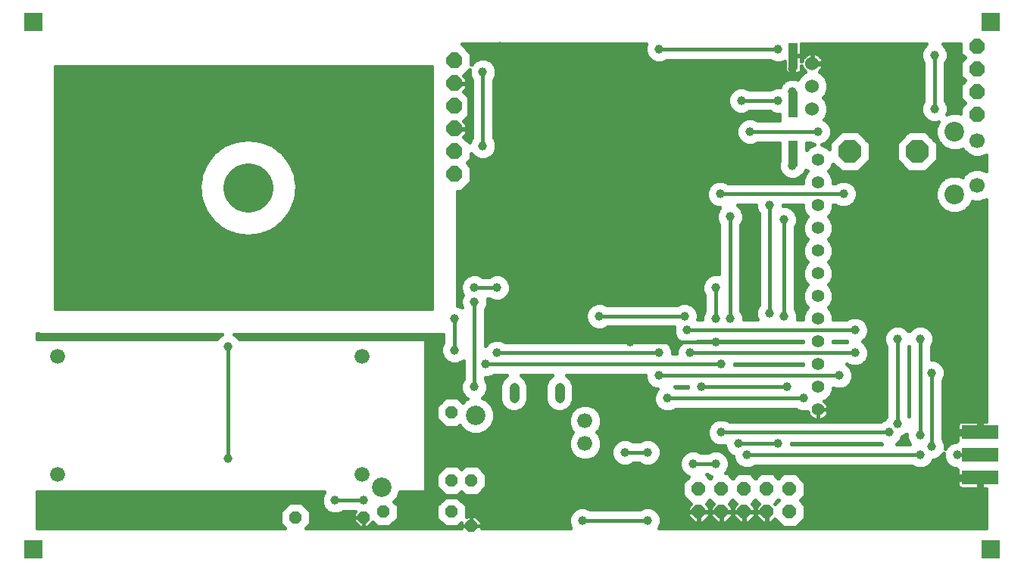
<source format=gtl>
G75*
G70*
%OFA0B0*%
%FSLAX24Y24*%
%IPPOS*%
%LPD*%
%AMOC8*
5,1,8,0,0,1.08239X$1,22.5*
%
%ADD10R,0.1600X0.0600*%
%ADD11C,0.0440*%
%ADD12OC8,0.0600*%
%ADD13C,0.0660*%
%ADD14C,0.0600*%
%ADD15OC8,0.0660*%
%ADD16OC8,0.0520*%
%ADD17R,0.0394X0.1181*%
%ADD18C,0.0860*%
%ADD19OC8,0.0700*%
%ADD20C,0.0560*%
%ADD21C,0.0866*%
%ADD22C,0.0669*%
%ADD23OC8,0.1000*%
%ADD24R,0.0787X0.0787*%
%ADD25C,0.0180*%
%ADD26C,0.0396*%
%ADD27C,0.0160*%
D10*
X042632Y007572D03*
X042632Y008572D03*
X042632Y009572D03*
D11*
X024132Y011102D02*
X024132Y011542D01*
X022132Y011542D02*
X022132Y011102D01*
D12*
X030257Y007072D03*
X031257Y007072D03*
X032257Y007072D03*
X033257Y007072D03*
X034257Y007072D03*
X034257Y006072D03*
X033257Y006072D03*
X032257Y006072D03*
X031257Y006072D03*
X030257Y006072D03*
D13*
X025257Y009072D03*
X025257Y010072D03*
X015436Y007716D03*
X015436Y012924D03*
X002044Y012924D03*
X002044Y007716D03*
D14*
X035257Y023822D03*
X035257Y024822D03*
X035257Y025822D03*
D15*
X042507Y025572D03*
X042507Y024572D03*
X042507Y023572D03*
X042507Y026572D03*
D16*
X019382Y010447D03*
X019382Y007447D03*
X020257Y007447D03*
X019382Y006072D03*
X020257Y005447D03*
X016382Y006072D03*
X015507Y005822D03*
X012507Y005822D03*
D17*
X034411Y021840D03*
X034411Y024005D03*
X034411Y026170D03*
D18*
X020452Y010323D03*
X016318Y007170D03*
D19*
X019507Y020947D03*
X019507Y021947D03*
X019507Y022947D03*
X019507Y023947D03*
X019507Y024947D03*
X019507Y025947D03*
D20*
X035507Y021572D03*
X035507Y020572D03*
X035507Y019572D03*
X035507Y018572D03*
X035507Y017572D03*
X035507Y016572D03*
X035507Y015572D03*
X035507Y014572D03*
X035507Y013572D03*
X035507Y012572D03*
X035507Y011572D03*
X035507Y010572D03*
D21*
X041523Y020069D03*
X041523Y022825D03*
D22*
X042507Y022432D03*
X042507Y020463D03*
D23*
X039862Y021947D03*
X036902Y021947D03*
D24*
X000974Y004415D03*
X000974Y027643D03*
X043100Y027643D03*
X043100Y004415D03*
D25*
X042632Y008572D02*
X041632Y008572D01*
X040507Y008947D02*
X040507Y012197D01*
X040007Y013697D02*
X040007Y009447D01*
X039007Y009947D02*
X039007Y013697D01*
X037132Y014072D02*
X029757Y014072D01*
X029632Y014697D02*
X025882Y014697D01*
X027234Y013550D02*
X031007Y013550D01*
X031257Y012572D02*
X020882Y012572D01*
X021382Y013072D02*
X028507Y013072D01*
X029882Y013072D02*
X037132Y013072D01*
X036444Y012072D02*
X028507Y012072D01*
X028882Y011072D02*
X034882Y011072D01*
X034132Y011572D02*
X030382Y011572D01*
X031239Y009572D02*
X038632Y009572D01*
X040007Y008572D02*
X032382Y008572D01*
X032007Y009072D02*
X033757Y009072D01*
X031007Y008197D02*
X030007Y008197D01*
X028007Y008697D02*
X027007Y008697D01*
X028007Y005697D02*
X025132Y005697D01*
X020382Y011572D02*
X020382Y015322D01*
X020382Y015947D02*
X021382Y015947D01*
X019507Y014572D02*
X019507Y013197D01*
X009547Y013350D02*
X009547Y008413D01*
X014257Y006572D02*
X015507Y006572D01*
X031007Y014572D02*
X031007Y015947D01*
X031632Y014572D02*
X031632Y019072D01*
X031199Y020072D02*
X036632Y020072D01*
X034382Y021322D02*
X034411Y021840D01*
X035507Y022822D02*
X032507Y022822D01*
X032132Y024197D02*
X033757Y024197D01*
X034382Y024072D02*
X034382Y024572D01*
X034382Y025572D02*
X034432Y026272D01*
X033757Y026447D02*
X028507Y026447D01*
X021507Y026572D02*
X021507Y023947D01*
X020132Y023197D02*
X020132Y024947D01*
X020757Y025447D02*
X020757Y022197D01*
X033382Y019572D02*
X033382Y014822D01*
X034007Y014697D02*
X034007Y018947D01*
X040632Y023822D02*
X040632Y026197D01*
D26*
X040632Y026197D03*
X040632Y023822D03*
X035507Y022822D03*
X034382Y021322D03*
X032507Y022822D03*
X032132Y024197D03*
X033757Y024197D03*
X034382Y024572D03*
X034382Y025572D03*
X033757Y026447D03*
X028507Y026447D03*
X021507Y026572D03*
X020757Y025447D03*
X020132Y024947D03*
X021507Y023947D03*
X020132Y023197D03*
X020757Y022197D03*
X020382Y015947D03*
X020382Y015322D03*
X021382Y015947D03*
X019507Y014572D03*
X019507Y013197D03*
X020882Y012572D03*
X021382Y013072D03*
X020382Y011572D03*
X025882Y014697D03*
X027234Y013550D03*
X028507Y013072D03*
X029882Y013072D03*
X029757Y014072D03*
X029632Y014697D03*
X031007Y014572D03*
X031632Y014572D03*
X031007Y013550D03*
X031257Y012572D03*
X030382Y011572D03*
X028882Y011072D03*
X028507Y012072D03*
X031239Y009572D03*
X032007Y009072D03*
X032382Y008572D03*
X031007Y008197D03*
X030007Y008197D03*
X028007Y008697D03*
X027007Y008697D03*
X028007Y005697D03*
X025132Y005697D03*
X033757Y009072D03*
X034882Y011072D03*
X034132Y011572D03*
X036444Y012072D03*
X037132Y013072D03*
X037132Y014072D03*
X039007Y013697D03*
X040007Y013697D03*
X041632Y013697D03*
X040507Y012197D03*
X039007Y009947D03*
X038632Y009572D03*
X040007Y009447D03*
X040507Y008947D03*
X040007Y008572D03*
X041632Y008572D03*
X034007Y014697D03*
X033382Y014822D03*
X031007Y015947D03*
X031632Y019072D03*
X031199Y020072D03*
X033382Y019572D03*
X034007Y018947D03*
X036632Y020072D03*
X041632Y018697D03*
X015507Y006572D03*
X014257Y006572D03*
X009547Y008413D03*
X009547Y013350D03*
D27*
X009992Y013751D02*
X019017Y013751D01*
X019017Y013884D02*
X019017Y013553D01*
X019000Y013536D01*
X018909Y013316D01*
X018909Y013078D01*
X019000Y012858D01*
X019168Y012690D01*
X019388Y012599D01*
X019626Y012599D01*
X019846Y012690D01*
X019892Y012736D01*
X019892Y011928D01*
X019875Y011911D01*
X019784Y011691D01*
X019784Y011453D01*
X019875Y011233D01*
X020043Y011065D01*
X020059Y011059D01*
X019982Y011027D01*
X019859Y010904D01*
X019655Y011107D01*
X019108Y011107D01*
X018722Y010721D01*
X018722Y010174D01*
X019108Y009787D01*
X019655Y009787D01*
X019740Y009872D01*
X019748Y009853D01*
X019982Y009620D01*
X020287Y009493D01*
X020617Y009493D01*
X020922Y009620D01*
X021155Y009853D01*
X021282Y010158D01*
X021282Y010488D01*
X021155Y010793D01*
X020922Y011027D01*
X020752Y011097D01*
X020889Y011233D01*
X020980Y011453D01*
X020980Y011691D01*
X020889Y011911D01*
X020872Y011928D01*
X020872Y011974D01*
X021001Y011974D01*
X021221Y012065D01*
X021238Y012082D01*
X021815Y012082D01*
X021781Y012068D01*
X021606Y011893D01*
X021512Y011666D01*
X021512Y010979D01*
X021606Y010751D01*
X021781Y010577D01*
X022008Y010482D01*
X022255Y010482D01*
X022483Y010577D01*
X022657Y010751D01*
X022752Y010979D01*
X022752Y011666D01*
X022657Y011893D01*
X022483Y012068D01*
X022448Y012082D01*
X023815Y012082D01*
X023781Y012068D01*
X023606Y011893D01*
X023512Y011666D01*
X023512Y010979D01*
X023606Y010751D01*
X023781Y010577D01*
X024008Y010482D01*
X024255Y010482D01*
X024483Y010577D01*
X024657Y010751D01*
X024752Y010979D01*
X024752Y011666D01*
X024657Y011893D01*
X024483Y012068D01*
X024448Y012082D01*
X027909Y012082D01*
X027909Y011953D01*
X028000Y011733D01*
X028168Y011565D01*
X028388Y011474D01*
X028438Y011474D01*
X028375Y011411D01*
X028284Y011191D01*
X028284Y010953D01*
X028375Y010733D01*
X028543Y010565D01*
X028763Y010474D01*
X029001Y010474D01*
X029221Y010565D01*
X029238Y010582D01*
X034526Y010582D01*
X034543Y010565D01*
X034763Y010474D01*
X035001Y010474D01*
X035053Y010496D01*
X035058Y010465D01*
X035081Y010396D01*
X035113Y010331D01*
X035156Y010273D01*
X035207Y010221D01*
X035266Y010179D01*
X035330Y010146D01*
X035399Y010124D01*
X035471Y010112D01*
X035507Y010112D01*
X035543Y010112D01*
X035615Y010124D01*
X035683Y010146D01*
X035748Y010179D01*
X035806Y010221D01*
X035858Y010273D01*
X035900Y010331D01*
X035933Y010396D01*
X035955Y010465D01*
X035967Y010536D01*
X035967Y010572D01*
X035507Y010572D01*
X035507Y010112D01*
X035507Y010572D01*
X035507Y010572D01*
X035507Y010572D01*
X035967Y010572D01*
X035967Y010608D01*
X035955Y010680D01*
X035933Y010749D01*
X035900Y010813D01*
X035858Y010872D01*
X035806Y010923D01*
X035774Y010947D01*
X035892Y010996D01*
X036083Y011187D01*
X036187Y011437D01*
X036187Y011531D01*
X036325Y011474D01*
X036563Y011474D01*
X036783Y011565D01*
X036951Y011733D01*
X037042Y011953D01*
X037042Y012191D01*
X036951Y012411D01*
X036799Y012563D01*
X037013Y012474D01*
X037251Y012474D01*
X037471Y012565D01*
X037639Y012733D01*
X037730Y012953D01*
X037730Y013191D01*
X037639Y013411D01*
X037478Y013572D01*
X037639Y013733D01*
X037730Y013953D01*
X037730Y014191D01*
X037639Y014411D01*
X037471Y014579D01*
X037251Y014670D01*
X037013Y014670D01*
X036793Y014579D01*
X036776Y014562D01*
X036187Y014562D01*
X036187Y014708D01*
X036083Y014957D01*
X035968Y015072D01*
X036083Y015187D01*
X036187Y015437D01*
X036187Y015708D01*
X036083Y015957D01*
X035968Y016072D01*
X036083Y016187D01*
X036187Y016437D01*
X036187Y016708D01*
X036083Y016957D01*
X035968Y017072D01*
X036083Y017187D01*
X036187Y017437D01*
X036187Y017708D01*
X036083Y017957D01*
X035968Y018072D01*
X036083Y018187D01*
X036187Y018437D01*
X036187Y018708D01*
X036083Y018957D01*
X035968Y019072D01*
X036083Y019187D01*
X036187Y019437D01*
X036187Y019582D01*
X036276Y019582D01*
X036293Y019565D01*
X036513Y019474D01*
X036751Y019474D01*
X036971Y019565D01*
X037139Y019733D01*
X037230Y019953D01*
X037230Y020191D01*
X037139Y020411D01*
X036971Y020579D01*
X036751Y020670D01*
X036513Y020670D01*
X036293Y020579D01*
X036276Y020562D01*
X036187Y020562D01*
X036187Y020708D01*
X036083Y020957D01*
X035968Y021072D01*
X036083Y021187D01*
X036173Y021403D01*
X036529Y021047D01*
X037275Y021047D01*
X037802Y021574D01*
X037802Y022320D01*
X037275Y022847D01*
X036529Y022847D01*
X036002Y022320D01*
X036002Y022039D01*
X035892Y022149D01*
X035668Y022242D01*
X035846Y022315D01*
X036014Y022483D01*
X036105Y022703D01*
X036105Y022941D01*
X036014Y023161D01*
X035846Y023329D01*
X035781Y023356D01*
X035850Y023426D01*
X035957Y023683D01*
X035957Y023961D01*
X035850Y024219D01*
X035747Y024322D01*
X035850Y024426D01*
X035957Y024683D01*
X035957Y024961D01*
X035850Y025219D01*
X035653Y025416D01*
X035564Y025452D01*
X035570Y025456D01*
X035623Y025510D01*
X035667Y025571D01*
X035702Y025638D01*
X035725Y025710D01*
X035737Y025784D01*
X035737Y025802D01*
X035277Y025802D01*
X035277Y025842D01*
X035737Y025842D01*
X035737Y025860D01*
X035725Y025935D01*
X035702Y026007D01*
X035667Y026074D01*
X035623Y026135D01*
X035570Y026188D01*
X035508Y026233D01*
X035441Y026267D01*
X035369Y026290D01*
X035295Y026302D01*
X035277Y026302D01*
X035277Y025842D01*
X035237Y025842D01*
X035237Y026302D01*
X035219Y026302D01*
X035144Y026290D01*
X035073Y026267D01*
X035005Y026233D01*
X034944Y026188D01*
X034891Y026135D01*
X034846Y026074D01*
X034812Y026007D01*
X034789Y025935D01*
X034787Y025927D01*
X034787Y026152D01*
X034429Y026152D01*
X034429Y026189D01*
X034787Y026189D01*
X034787Y026679D01*
X040268Y026679D01*
X040125Y026536D01*
X040034Y026316D01*
X040034Y026078D01*
X040125Y025858D01*
X040142Y025841D01*
X040142Y024178D01*
X040125Y024161D01*
X040034Y023941D01*
X040034Y023703D01*
X040125Y023483D01*
X040293Y023315D01*
X040513Y023224D01*
X040751Y023224D01*
X040793Y023242D01*
X040690Y022991D01*
X040690Y022660D01*
X040816Y022353D01*
X041051Y022119D01*
X041357Y021992D01*
X041688Y021992D01*
X041864Y022065D01*
X041884Y022015D01*
X042091Y021809D01*
X042361Y021697D01*
X042653Y021697D01*
X042912Y021804D01*
X042912Y021090D01*
X042653Y021198D01*
X042361Y021198D01*
X042091Y021086D01*
X041884Y020879D01*
X041864Y020830D01*
X041688Y020902D01*
X041357Y020902D01*
X041051Y020776D01*
X040816Y020541D01*
X040690Y020235D01*
X040690Y019904D01*
X040816Y019597D01*
X041051Y019363D01*
X041357Y019236D01*
X041688Y019236D01*
X041994Y019363D01*
X042229Y019597D01*
X042294Y019756D01*
X042361Y019728D01*
X042653Y019728D01*
X042912Y019836D01*
X042912Y010052D01*
X042702Y010052D01*
X042702Y009642D01*
X042562Y009642D01*
X042562Y009502D01*
X041652Y009502D01*
X041652Y009249D01*
X041656Y009232D01*
X041605Y009211D01*
X041564Y009170D01*
X041513Y009170D01*
X041293Y009079D01*
X041125Y008911D01*
X041105Y008863D01*
X041105Y009066D01*
X041014Y009286D01*
X040997Y009303D01*
X040997Y011841D01*
X041014Y011858D01*
X041105Y012078D01*
X041105Y012316D01*
X041014Y012536D01*
X040846Y012704D01*
X040626Y012795D01*
X040497Y012795D01*
X040497Y013341D01*
X040514Y013358D01*
X040605Y013578D01*
X040605Y013816D01*
X040514Y014036D01*
X040346Y014204D01*
X040126Y014295D01*
X039888Y014295D01*
X039668Y014204D01*
X039507Y014043D01*
X039346Y014204D01*
X039126Y014295D01*
X038888Y014295D01*
X038668Y014204D01*
X038500Y014036D01*
X038409Y013816D01*
X038409Y013578D01*
X038500Y013358D01*
X038517Y013341D01*
X038517Y010303D01*
X038500Y010286D01*
X038439Y010140D01*
X038293Y010079D01*
X038276Y010062D01*
X031595Y010062D01*
X031578Y010079D01*
X031358Y010170D01*
X031120Y010170D01*
X030900Y010079D01*
X030732Y009911D01*
X030641Y009691D01*
X030641Y009453D01*
X030732Y009233D01*
X030900Y009065D01*
X031120Y008974D01*
X031358Y008974D01*
X031409Y008995D01*
X031409Y008953D01*
X031500Y008733D01*
X031668Y008565D01*
X031784Y008517D01*
X031784Y008453D01*
X031875Y008233D01*
X032043Y008065D01*
X032263Y007974D01*
X032501Y007974D01*
X032721Y008065D01*
X032738Y008082D01*
X039651Y008082D01*
X039668Y008065D01*
X039888Y007974D01*
X040126Y007974D01*
X040346Y008065D01*
X040514Y008233D01*
X040562Y008349D01*
X040626Y008349D01*
X040846Y008440D01*
X041014Y008608D01*
X041034Y008656D01*
X041034Y008453D01*
X041125Y008233D01*
X041293Y008065D01*
X041513Y007974D01*
X041564Y007974D01*
X041605Y007933D01*
X041656Y007912D01*
X041652Y007896D01*
X041652Y007642D01*
X042562Y007642D01*
X042562Y007502D01*
X042702Y007502D01*
X042702Y007092D01*
X042912Y007092D01*
X042912Y005367D01*
X028517Y005367D01*
X028605Y005578D01*
X028605Y005816D01*
X028514Y006036D01*
X028346Y006204D01*
X028126Y006295D01*
X027888Y006295D01*
X027668Y006204D01*
X027651Y006187D01*
X025488Y006187D01*
X025471Y006204D01*
X025251Y006295D01*
X025013Y006295D01*
X024793Y006204D01*
X024625Y006036D01*
X024534Y005816D01*
X024534Y005578D01*
X024621Y005367D01*
X020697Y005367D01*
X020697Y005447D01*
X020257Y005447D01*
X020257Y005447D01*
X020697Y005447D01*
X020697Y005630D01*
X020439Y005887D01*
X020257Y005887D01*
X020257Y005447D01*
X019817Y005447D01*
X019817Y005367D01*
X012985Y005367D01*
X013167Y005549D01*
X013167Y006096D01*
X012780Y006482D01*
X012233Y006482D01*
X011847Y006096D01*
X011847Y005549D01*
X012029Y005367D01*
X001139Y005367D01*
X001139Y006947D01*
X013786Y006947D01*
X013750Y006911D01*
X013659Y006691D01*
X013659Y006453D01*
X013750Y006233D01*
X013918Y006065D01*
X014138Y005974D01*
X014376Y005974D01*
X014596Y006065D01*
X014613Y006082D01*
X015145Y006082D01*
X015067Y006005D01*
X015067Y005822D01*
X015067Y005640D01*
X015325Y005382D01*
X015507Y005382D01*
X015689Y005382D01*
X015914Y005607D01*
X016108Y005412D01*
X016655Y005412D01*
X017042Y005799D01*
X017042Y006346D01*
X016855Y006533D01*
X017021Y006700D01*
X017124Y006947D01*
X018257Y006947D01*
X018257Y013697D01*
X010046Y013697D01*
X009886Y013857D01*
X009821Y013884D01*
X019017Y013884D01*
X019017Y013592D02*
X018257Y013592D01*
X018257Y013434D02*
X018957Y013434D01*
X018909Y013275D02*
X018257Y013275D01*
X018257Y013117D02*
X018909Y013117D01*
X018958Y012958D02*
X018257Y012958D01*
X018257Y012800D02*
X019058Y012800D01*
X019286Y012641D02*
X018257Y012641D01*
X018257Y012483D02*
X019892Y012483D01*
X019892Y012641D02*
X019728Y012641D01*
X019892Y012324D02*
X018257Y012324D01*
X018257Y012166D02*
X019892Y012166D01*
X019892Y012007D02*
X018257Y012007D01*
X018257Y011849D02*
X019849Y011849D01*
X019784Y011690D02*
X018257Y011690D01*
X018257Y011532D02*
X019784Y011532D01*
X019817Y011373D02*
X018257Y011373D01*
X018257Y011215D02*
X019893Y011215D01*
X020053Y011056D02*
X019706Y011056D01*
X019057Y011056D02*
X018257Y011056D01*
X018257Y010898D02*
X018899Y010898D01*
X018740Y010739D02*
X018257Y010739D01*
X018257Y010581D02*
X018722Y010581D01*
X018722Y010422D02*
X018257Y010422D01*
X018257Y010264D02*
X018722Y010264D01*
X018790Y010105D02*
X018257Y010105D01*
X018257Y009947D02*
X018949Y009947D01*
X019107Y009788D02*
X018257Y009788D01*
X018257Y009630D02*
X019971Y009630D01*
X019813Y009788D02*
X019656Y009788D01*
X020932Y009630D02*
X024667Y009630D01*
X024638Y009659D02*
X024724Y009572D01*
X024638Y009486D01*
X024527Y009217D01*
X024527Y008927D01*
X024638Y008659D01*
X024843Y008453D01*
X025112Y008342D01*
X025402Y008342D01*
X025670Y008453D01*
X025876Y008659D01*
X025987Y008927D01*
X025987Y009217D01*
X025876Y009486D01*
X025789Y009572D01*
X025876Y009659D01*
X025987Y009927D01*
X025987Y010217D01*
X025876Y010486D01*
X025670Y010691D01*
X025402Y010802D01*
X025112Y010802D01*
X024843Y010691D01*
X024638Y010486D01*
X024527Y010217D01*
X024527Y009927D01*
X024638Y009659D01*
X024584Y009788D02*
X021091Y009788D01*
X021194Y009947D02*
X024527Y009947D01*
X024527Y010105D02*
X021260Y010105D01*
X021282Y010264D02*
X024546Y010264D01*
X024612Y010422D02*
X021282Y010422D01*
X021243Y010581D02*
X021776Y010581D01*
X021618Y010739D02*
X021178Y010739D01*
X021051Y010898D02*
X021545Y010898D01*
X021512Y011056D02*
X020851Y011056D01*
X020870Y011215D02*
X021512Y011215D01*
X021512Y011373D02*
X020947Y011373D01*
X020980Y011532D02*
X021512Y011532D01*
X021522Y011690D02*
X020980Y011690D01*
X020915Y011849D02*
X021588Y011849D01*
X021720Y012007D02*
X021081Y012007D01*
X022544Y012007D02*
X023720Y012007D01*
X023588Y011849D02*
X022676Y011849D01*
X022742Y011690D02*
X023522Y011690D01*
X023512Y011532D02*
X022752Y011532D01*
X022752Y011373D02*
X023512Y011373D01*
X023512Y011215D02*
X022752Y011215D01*
X022752Y011056D02*
X023512Y011056D01*
X023545Y010898D02*
X022718Y010898D01*
X022646Y010739D02*
X023618Y010739D01*
X023776Y010581D02*
X022487Y010581D01*
X024487Y010581D02*
X024733Y010581D01*
X024646Y010739D02*
X024960Y010739D01*
X024718Y010898D02*
X028307Y010898D01*
X028284Y011056D02*
X024752Y011056D01*
X024752Y011215D02*
X028293Y011215D01*
X028359Y011373D02*
X024752Y011373D01*
X024752Y011532D02*
X028249Y011532D01*
X028043Y011690D02*
X024742Y011690D01*
X024676Y011849D02*
X027952Y011849D01*
X027909Y012007D02*
X024544Y012007D01*
X025554Y010739D02*
X028372Y010739D01*
X028527Y010581D02*
X025781Y010581D01*
X025902Y010422D02*
X035072Y010422D01*
X035165Y010264D02*
X025968Y010264D01*
X025987Y010105D02*
X030963Y010105D01*
X030768Y009947D02*
X025987Y009947D01*
X025929Y009788D02*
X030681Y009788D01*
X030641Y009630D02*
X025847Y009630D01*
X025882Y009471D02*
X030641Y009471D01*
X030699Y009313D02*
X025947Y009313D01*
X025987Y009154D02*
X026618Y009154D01*
X026668Y009204D02*
X026500Y009036D01*
X026409Y008816D01*
X026409Y008578D01*
X026500Y008358D01*
X026668Y008190D01*
X026888Y008099D01*
X027126Y008099D01*
X027346Y008190D01*
X027363Y008207D01*
X027651Y008207D01*
X027668Y008190D01*
X027888Y008099D01*
X028126Y008099D01*
X028346Y008190D01*
X028514Y008358D01*
X028605Y008578D01*
X028605Y008816D01*
X028514Y009036D01*
X028346Y009204D01*
X028126Y009295D01*
X027888Y009295D01*
X027668Y009204D01*
X027651Y009187D01*
X027363Y009187D01*
X027346Y009204D01*
X027126Y009295D01*
X026888Y009295D01*
X026668Y009204D01*
X026483Y008996D02*
X025987Y008996D01*
X025950Y008837D02*
X026417Y008837D01*
X026409Y008679D02*
X025884Y008679D01*
X025737Y008520D02*
X026433Y008520D01*
X026498Y008362D02*
X025449Y008362D01*
X025064Y008362D02*
X018257Y008362D01*
X018257Y008520D02*
X024776Y008520D01*
X024630Y008679D02*
X018257Y008679D01*
X018257Y008837D02*
X024564Y008837D01*
X024527Y008996D02*
X018257Y008996D01*
X018257Y009154D02*
X024527Y009154D01*
X024566Y009313D02*
X018257Y009313D01*
X018257Y009471D02*
X024632Y009471D01*
X026655Y008203D02*
X018257Y008203D01*
X018257Y008045D02*
X019046Y008045D01*
X019108Y008107D02*
X018722Y007721D01*
X018722Y007174D01*
X019108Y006787D01*
X019655Y006787D01*
X019819Y006951D01*
X019983Y006787D01*
X020530Y006787D01*
X020917Y007174D01*
X020917Y007721D01*
X020530Y008107D01*
X019983Y008107D01*
X019819Y007943D01*
X019655Y008107D01*
X019108Y008107D01*
X018887Y007886D02*
X018257Y007886D01*
X018257Y007728D02*
X018729Y007728D01*
X018722Y007569D02*
X018257Y007569D01*
X018257Y007411D02*
X018722Y007411D01*
X018722Y007252D02*
X018257Y007252D01*
X018257Y007094D02*
X018802Y007094D01*
X018960Y006935D02*
X017119Y006935D01*
X017053Y006777D02*
X029562Y006777D01*
X029557Y006782D02*
X029922Y006417D01*
X029777Y006271D01*
X029777Y006092D01*
X030237Y006092D01*
X030237Y006052D01*
X030277Y006052D01*
X030277Y006092D01*
X030737Y006092D01*
X030737Y006271D01*
X030591Y006417D01*
X030757Y006582D01*
X030922Y006417D01*
X030777Y006271D01*
X030777Y006092D01*
X031237Y006092D01*
X031237Y006052D01*
X031277Y006052D01*
X031277Y006092D01*
X031737Y006092D01*
X031737Y006271D01*
X031591Y006417D01*
X031757Y006582D01*
X031922Y006417D01*
X031777Y006271D01*
X031777Y006092D01*
X032237Y006092D01*
X032237Y006052D01*
X032277Y006052D01*
X032277Y006092D01*
X032737Y006092D01*
X032737Y006271D01*
X032591Y006417D01*
X032757Y006582D01*
X032922Y006417D01*
X032777Y006271D01*
X032777Y006092D01*
X033237Y006092D01*
X033237Y006052D01*
X033277Y006052D01*
X033277Y005592D01*
X033456Y005592D01*
X033601Y005738D01*
X033967Y005372D01*
X034547Y005372D01*
X034957Y005782D01*
X034957Y006362D01*
X034747Y006572D01*
X034957Y006782D01*
X034957Y007362D01*
X034547Y007772D01*
X033967Y007772D01*
X033757Y007562D01*
X033547Y007772D01*
X032967Y007772D01*
X032757Y007562D01*
X032547Y007772D01*
X031967Y007772D01*
X031757Y007562D01*
X031547Y007772D01*
X031428Y007772D01*
X031514Y007858D01*
X031605Y008078D01*
X031605Y008316D01*
X031514Y008536D01*
X031346Y008704D01*
X031126Y008795D01*
X030888Y008795D01*
X030668Y008704D01*
X030651Y008687D01*
X030363Y008687D01*
X030346Y008704D01*
X030126Y008795D01*
X029888Y008795D01*
X029668Y008704D01*
X029500Y008536D01*
X029409Y008316D01*
X029409Y008078D01*
X029500Y007858D01*
X029668Y007690D01*
X029821Y007627D01*
X029557Y007362D01*
X029557Y006782D01*
X029557Y006935D02*
X020678Y006935D01*
X020837Y007094D02*
X029557Y007094D01*
X029557Y007252D02*
X020917Y007252D01*
X020917Y007411D02*
X029605Y007411D01*
X029764Y007569D02*
X020917Y007569D01*
X020910Y007728D02*
X029630Y007728D01*
X029488Y007886D02*
X020751Y007886D01*
X020593Y008045D02*
X029423Y008045D01*
X029409Y008203D02*
X028359Y008203D01*
X028515Y008362D02*
X029428Y008362D01*
X029493Y008520D02*
X028581Y008520D01*
X028605Y008679D02*
X029642Y008679D01*
X030811Y009154D02*
X028396Y009154D01*
X028531Y008996D02*
X031068Y008996D01*
X031457Y008837D02*
X028596Y008837D01*
X027655Y008203D02*
X027359Y008203D01*
X029721Y006618D02*
X019769Y006618D01*
X019655Y006732D02*
X020042Y006346D01*
X020042Y005855D01*
X020075Y005887D01*
X020257Y005887D01*
X020257Y005447D01*
X020257Y005447D01*
X020257Y005447D01*
X019817Y005447D01*
X019817Y005574D01*
X019655Y005412D01*
X019108Y005412D01*
X018722Y005799D01*
X018722Y006346D01*
X019108Y006732D01*
X019655Y006732D01*
X019803Y006935D02*
X019835Y006935D01*
X019928Y006460D02*
X029879Y006460D01*
X029807Y006301D02*
X020042Y006301D01*
X020042Y006143D02*
X024731Y006143D01*
X024603Y005984D02*
X020042Y005984D01*
X020257Y005826D02*
X020257Y005826D01*
X020257Y005667D02*
X020257Y005667D01*
X020257Y005509D02*
X020257Y005509D01*
X020501Y005826D02*
X024538Y005826D01*
X024534Y005667D02*
X020659Y005667D01*
X020697Y005509D02*
X024563Y005509D01*
X028407Y006143D02*
X029777Y006143D01*
X029777Y006052D02*
X029777Y005873D01*
X030058Y005592D01*
X030237Y005592D01*
X030237Y006052D01*
X029777Y006052D01*
X029777Y005984D02*
X028535Y005984D01*
X028601Y005826D02*
X029824Y005826D01*
X029983Y005667D02*
X028605Y005667D01*
X028576Y005509D02*
X033830Y005509D01*
X033672Y005667D02*
X033531Y005667D01*
X033277Y005667D02*
X033237Y005667D01*
X033237Y005592D02*
X033058Y005592D01*
X032777Y005873D01*
X032777Y006052D01*
X033237Y006052D01*
X033237Y005592D01*
X033237Y005826D02*
X033277Y005826D01*
X033277Y005984D02*
X033237Y005984D01*
X032983Y005667D02*
X032531Y005667D01*
X032456Y005592D02*
X032737Y005873D01*
X032737Y006052D01*
X032277Y006052D01*
X032277Y005592D01*
X032456Y005592D01*
X032277Y005667D02*
X032237Y005667D01*
X032237Y005592D02*
X032058Y005592D01*
X031777Y005873D01*
X031777Y006052D01*
X032237Y006052D01*
X032237Y005592D01*
X032237Y005826D02*
X032277Y005826D01*
X032277Y005984D02*
X032237Y005984D01*
X031983Y005667D02*
X031531Y005667D01*
X031456Y005592D02*
X031737Y005873D01*
X031737Y006052D01*
X031277Y006052D01*
X031277Y005592D01*
X031456Y005592D01*
X031277Y005667D02*
X031237Y005667D01*
X031237Y005592D02*
X031237Y006052D01*
X030777Y006052D01*
X030777Y005873D01*
X031058Y005592D01*
X031237Y005592D01*
X031237Y005826D02*
X031277Y005826D01*
X031277Y005984D02*
X031237Y005984D01*
X030983Y005667D02*
X030531Y005667D01*
X030456Y005592D02*
X030737Y005873D01*
X030737Y006052D01*
X030277Y006052D01*
X030277Y005592D01*
X030456Y005592D01*
X030277Y005667D02*
X030237Y005667D01*
X030237Y005826D02*
X030277Y005826D01*
X030277Y005984D02*
X030237Y005984D01*
X030689Y005826D02*
X030824Y005826D01*
X030777Y005984D02*
X030737Y005984D01*
X030737Y006143D02*
X030777Y006143D01*
X030807Y006301D02*
X030707Y006301D01*
X030634Y006460D02*
X030879Y006460D01*
X031634Y006460D02*
X031879Y006460D01*
X031807Y006301D02*
X031707Y006301D01*
X031737Y006143D02*
X031777Y006143D01*
X031777Y005984D02*
X031737Y005984D01*
X031689Y005826D02*
X031824Y005826D01*
X032689Y005826D02*
X032824Y005826D01*
X032777Y005984D02*
X032737Y005984D01*
X032737Y006143D02*
X032777Y006143D01*
X032807Y006301D02*
X032707Y006301D01*
X032634Y006460D02*
X032879Y006460D01*
X033591Y006417D02*
X033757Y006582D01*
X033767Y006572D01*
X033601Y006407D01*
X033591Y006417D01*
X033634Y006460D02*
X033654Y006460D01*
X034793Y006618D02*
X042912Y006618D01*
X042912Y006460D02*
X034859Y006460D01*
X034957Y006301D02*
X042912Y006301D01*
X042912Y006143D02*
X034957Y006143D01*
X034957Y005984D02*
X042912Y005984D01*
X042912Y005826D02*
X034957Y005826D01*
X034842Y005667D02*
X042912Y005667D01*
X042912Y005509D02*
X034683Y005509D01*
X034951Y006777D02*
X042912Y006777D01*
X042912Y006935D02*
X034957Y006935D01*
X034957Y007094D02*
X041802Y007094D01*
X041808Y007092D02*
X042562Y007092D01*
X042562Y007502D01*
X041652Y007502D01*
X041652Y007249D01*
X041664Y007203D01*
X041688Y007162D01*
X041721Y007128D01*
X041762Y007105D01*
X041808Y007092D01*
X041652Y007252D02*
X034957Y007252D01*
X034908Y007411D02*
X041652Y007411D01*
X041652Y007728D02*
X034591Y007728D01*
X034750Y007569D02*
X042562Y007569D01*
X042562Y007411D02*
X042702Y007411D01*
X042702Y007252D02*
X042562Y007252D01*
X042562Y007094D02*
X042702Y007094D01*
X041652Y007886D02*
X031525Y007886D01*
X031591Y007728D02*
X031922Y007728D01*
X031764Y007569D02*
X031750Y007569D01*
X031591Y008045D02*
X032092Y008045D01*
X031905Y008203D02*
X031605Y008203D01*
X031586Y008362D02*
X031822Y008362D01*
X031776Y008520D02*
X031520Y008520D01*
X031554Y008679D02*
X031371Y008679D01*
X030821Y007627D02*
X030668Y007690D01*
X030651Y007707D01*
X030612Y007707D01*
X030757Y007562D01*
X030821Y007627D01*
X030764Y007569D02*
X030750Y007569D01*
X032591Y007728D02*
X032922Y007728D01*
X032764Y007569D02*
X032750Y007569D01*
X032671Y008045D02*
X039717Y008045D01*
X040296Y008045D02*
X041342Y008045D01*
X041155Y008203D02*
X040484Y008203D01*
X040656Y008362D02*
X041072Y008362D01*
X041034Y008520D02*
X040926Y008520D01*
X041105Y008996D02*
X041209Y008996D01*
X041068Y009154D02*
X041474Y009154D01*
X041652Y009313D02*
X040997Y009313D01*
X040997Y009471D02*
X041652Y009471D01*
X041652Y009642D02*
X042562Y009642D01*
X042562Y010052D01*
X041808Y010052D01*
X041762Y010040D01*
X041721Y010016D01*
X041688Y009983D01*
X041664Y009942D01*
X041652Y009896D01*
X041652Y009642D01*
X041652Y009788D02*
X040997Y009788D01*
X040997Y009630D02*
X042562Y009630D01*
X042562Y009788D02*
X042702Y009788D01*
X042702Y009947D02*
X042562Y009947D01*
X042912Y010105D02*
X040997Y010105D01*
X040997Y009947D02*
X041667Y009947D01*
X040997Y010264D02*
X042912Y010264D01*
X042912Y010422D02*
X040997Y010422D01*
X040997Y010581D02*
X042912Y010581D01*
X042912Y010739D02*
X040997Y010739D01*
X040997Y010898D02*
X042912Y010898D01*
X042912Y011056D02*
X040997Y011056D01*
X040997Y011215D02*
X042912Y011215D01*
X042912Y011373D02*
X040997Y011373D01*
X040997Y011532D02*
X042912Y011532D01*
X042912Y011690D02*
X040997Y011690D01*
X041004Y011849D02*
X042912Y011849D01*
X042912Y012007D02*
X041076Y012007D01*
X041105Y012166D02*
X042912Y012166D01*
X042912Y012324D02*
X041102Y012324D01*
X041036Y012483D02*
X042912Y012483D01*
X042912Y012641D02*
X040909Y012641D01*
X040497Y012800D02*
X042912Y012800D01*
X042912Y012958D02*
X040497Y012958D01*
X040497Y013117D02*
X042912Y013117D01*
X042912Y013275D02*
X040497Y013275D01*
X040545Y013434D02*
X042912Y013434D01*
X042912Y013592D02*
X040605Y013592D01*
X040605Y013751D02*
X042912Y013751D01*
X042912Y013909D02*
X040566Y013909D01*
X040482Y014068D02*
X042912Y014068D01*
X042912Y014226D02*
X040293Y014226D01*
X039721Y014226D02*
X039293Y014226D01*
X039482Y014068D02*
X039531Y014068D01*
X039507Y013351D02*
X039517Y013341D01*
X039517Y010279D01*
X039514Y010286D01*
X039497Y010303D01*
X039497Y013341D01*
X039507Y013351D01*
X039497Y013275D02*
X039517Y013275D01*
X039517Y013117D02*
X039497Y013117D01*
X039497Y012958D02*
X039517Y012958D01*
X039517Y012800D02*
X039497Y012800D01*
X039497Y012641D02*
X039517Y012641D01*
X039517Y012483D02*
X039497Y012483D01*
X039497Y012324D02*
X039517Y012324D01*
X039517Y012166D02*
X039497Y012166D01*
X039497Y012007D02*
X039517Y012007D01*
X039517Y011849D02*
X039497Y011849D01*
X039497Y011690D02*
X039517Y011690D01*
X039517Y011532D02*
X039497Y011532D01*
X039497Y011373D02*
X039517Y011373D01*
X039517Y011215D02*
X039497Y011215D01*
X039497Y011056D02*
X039517Y011056D01*
X039517Y010898D02*
X039497Y010898D01*
X039497Y010739D02*
X039517Y010739D01*
X039517Y010581D02*
X039497Y010581D01*
X039497Y010422D02*
X039517Y010422D01*
X038517Y010422D02*
X035942Y010422D01*
X035967Y010581D02*
X038517Y010581D01*
X038517Y010739D02*
X035936Y010739D01*
X035832Y010898D02*
X038517Y010898D01*
X038517Y011056D02*
X035953Y011056D01*
X036095Y011215D02*
X038517Y011215D01*
X038517Y011373D02*
X036160Y011373D01*
X036702Y011532D02*
X038517Y011532D01*
X038517Y011690D02*
X036908Y011690D01*
X036999Y011849D02*
X038517Y011849D01*
X038517Y012007D02*
X037042Y012007D01*
X037042Y012166D02*
X038517Y012166D01*
X038517Y012324D02*
X036987Y012324D01*
X036992Y012483D02*
X036879Y012483D01*
X036776Y012582D02*
X036776Y012582D01*
X036776Y012582D01*
X036776Y012582D01*
X037272Y012483D02*
X038517Y012483D01*
X038517Y012641D02*
X037547Y012641D01*
X037666Y012800D02*
X038517Y012800D01*
X038517Y012958D02*
X037730Y012958D01*
X037730Y013117D02*
X038517Y013117D01*
X038517Y013275D02*
X037695Y013275D01*
X037616Y013434D02*
X038469Y013434D01*
X038409Y013592D02*
X037498Y013592D01*
X037646Y013751D02*
X038409Y013751D01*
X038447Y013909D02*
X037712Y013909D01*
X037730Y014068D02*
X038531Y014068D01*
X038721Y014226D02*
X037715Y014226D01*
X037650Y014385D02*
X042912Y014385D01*
X042912Y014543D02*
X037507Y014543D01*
X036776Y013582D02*
X036187Y013582D01*
X036187Y013562D01*
X036776Y013562D01*
X036786Y013572D01*
X036776Y013582D01*
X036187Y014702D02*
X042912Y014702D01*
X042912Y014860D02*
X036124Y014860D01*
X036022Y015019D02*
X042912Y015019D01*
X042912Y015177D02*
X036074Y015177D01*
X036145Y015336D02*
X042912Y015336D01*
X042912Y015494D02*
X036187Y015494D01*
X036187Y015653D02*
X042912Y015653D01*
X042912Y015811D02*
X036144Y015811D01*
X036071Y015970D02*
X042912Y015970D01*
X042912Y016128D02*
X036025Y016128D01*
X036125Y016287D02*
X042912Y016287D01*
X042912Y016445D02*
X036187Y016445D01*
X036187Y016604D02*
X042912Y016604D01*
X042912Y016762D02*
X036164Y016762D01*
X036098Y016921D02*
X042912Y016921D01*
X042912Y017079D02*
X035976Y017079D01*
X036104Y017238D02*
X042912Y017238D01*
X042912Y017396D02*
X036170Y017396D01*
X036187Y017555D02*
X042912Y017555D01*
X042912Y017713D02*
X036184Y017713D01*
X036119Y017872D02*
X042912Y017872D01*
X042912Y018030D02*
X036010Y018030D01*
X036084Y018189D02*
X042912Y018189D01*
X042912Y018347D02*
X036150Y018347D01*
X036187Y018506D02*
X042912Y018506D01*
X042912Y018664D02*
X036187Y018664D01*
X036139Y018823D02*
X042912Y018823D01*
X042912Y018981D02*
X036059Y018981D01*
X036036Y019140D02*
X042912Y019140D01*
X042912Y019298D02*
X041838Y019298D01*
X042088Y019457D02*
X042912Y019457D01*
X042912Y019615D02*
X042236Y019615D01*
X042763Y019774D02*
X042912Y019774D01*
X041632Y018697D02*
X041632Y013697D01*
X038491Y010264D02*
X035849Y010264D01*
X035507Y010264D02*
X035507Y010264D01*
X035507Y010422D02*
X035507Y010422D01*
X034527Y010581D02*
X029236Y010581D01*
X029238Y011562D02*
X029221Y011579D01*
X029214Y011582D01*
X029784Y011582D01*
X029784Y011562D01*
X029238Y011562D01*
X031515Y010105D02*
X038356Y010105D01*
X039199Y009380D02*
X039346Y009440D01*
X039409Y009503D01*
X039409Y009328D01*
X039500Y009108D01*
X039546Y009062D01*
X038964Y009062D01*
X038971Y009065D01*
X039139Y009233D01*
X039199Y009380D01*
X039172Y009313D02*
X039415Y009313D01*
X039409Y009471D02*
X039377Y009471D01*
X039481Y009154D02*
X039060Y009154D01*
X038300Y009062D02*
X034355Y009062D01*
X034355Y009082D01*
X038276Y009082D01*
X038293Y009065D01*
X038300Y009062D01*
X033922Y007728D02*
X033591Y007728D01*
X033750Y007569D02*
X033764Y007569D01*
X034827Y012562D02*
X031855Y012562D01*
X031855Y012582D01*
X034827Y012582D01*
X034827Y012562D01*
X034827Y013562D02*
X030238Y013562D01*
X030221Y013579D01*
X030214Y013582D01*
X034827Y013582D01*
X034827Y013562D01*
X034827Y014562D02*
X034598Y014562D01*
X034605Y014578D01*
X034605Y014816D01*
X034514Y015036D01*
X034497Y015053D01*
X034497Y018591D01*
X034514Y018608D01*
X034605Y018828D01*
X034605Y019066D01*
X034514Y019286D01*
X034346Y019454D01*
X034126Y019545D01*
X033980Y019545D01*
X033980Y019582D01*
X034827Y019582D01*
X034827Y019437D01*
X034930Y019187D01*
X035045Y019072D01*
X034930Y018957D01*
X034827Y018708D01*
X034827Y018437D01*
X034930Y018187D01*
X035045Y018072D01*
X034930Y017957D01*
X034827Y017708D01*
X034827Y017437D01*
X034930Y017187D01*
X035045Y017072D01*
X034930Y016957D01*
X034827Y016708D01*
X034827Y016437D01*
X034930Y016187D01*
X035045Y016072D01*
X034930Y015957D01*
X034827Y015708D01*
X034827Y015437D01*
X034930Y015187D01*
X035045Y015072D01*
X034930Y014957D01*
X034827Y014708D01*
X034827Y014562D01*
X034827Y014702D02*
X034605Y014702D01*
X034587Y014860D02*
X034890Y014860D01*
X034992Y015019D02*
X034521Y015019D01*
X034497Y015177D02*
X034940Y015177D01*
X034869Y015336D02*
X034497Y015336D01*
X034497Y015494D02*
X034827Y015494D01*
X034827Y015653D02*
X034497Y015653D01*
X034497Y015811D02*
X034870Y015811D01*
X034943Y015970D02*
X034497Y015970D01*
X034497Y016128D02*
X034989Y016128D01*
X034889Y016287D02*
X034497Y016287D01*
X034497Y016445D02*
X034827Y016445D01*
X034827Y016604D02*
X034497Y016604D01*
X034497Y016762D02*
X034850Y016762D01*
X034915Y016921D02*
X034497Y016921D01*
X034497Y017079D02*
X035038Y017079D01*
X034909Y017238D02*
X034497Y017238D01*
X034497Y017396D02*
X034844Y017396D01*
X034827Y017555D02*
X034497Y017555D01*
X034497Y017713D02*
X034829Y017713D01*
X034895Y017872D02*
X034497Y017872D01*
X034497Y018030D02*
X035003Y018030D01*
X034930Y018189D02*
X034497Y018189D01*
X034497Y018347D02*
X034864Y018347D01*
X034827Y018506D02*
X034497Y018506D01*
X034537Y018664D02*
X034827Y018664D01*
X034875Y018823D02*
X034603Y018823D01*
X034605Y018981D02*
X034954Y018981D01*
X034978Y019140D02*
X034574Y019140D01*
X034502Y019298D02*
X034884Y019298D01*
X034827Y019457D02*
X034340Y019457D01*
X032892Y019216D02*
X032892Y015178D01*
X032875Y015161D01*
X032784Y014941D01*
X032784Y014703D01*
X032842Y014562D01*
X032230Y014562D01*
X032230Y014691D01*
X032139Y014911D01*
X032122Y014928D01*
X032122Y018716D01*
X032139Y018733D01*
X032230Y018953D01*
X032230Y019191D01*
X032139Y019411D01*
X031971Y019579D01*
X031964Y019582D01*
X032784Y019582D01*
X032784Y019453D01*
X032875Y019233D01*
X032892Y019216D01*
X032892Y019140D02*
X032230Y019140D01*
X032230Y018981D02*
X032892Y018981D01*
X032892Y018823D02*
X032176Y018823D01*
X032122Y018664D02*
X032892Y018664D01*
X032892Y018506D02*
X032122Y018506D01*
X032122Y018347D02*
X032892Y018347D01*
X032892Y018189D02*
X032122Y018189D01*
X032122Y018030D02*
X032892Y018030D01*
X032892Y017872D02*
X032122Y017872D01*
X032122Y017713D02*
X032892Y017713D01*
X032892Y017555D02*
X032122Y017555D01*
X032122Y017396D02*
X032892Y017396D01*
X032892Y017238D02*
X032122Y017238D01*
X032122Y017079D02*
X032892Y017079D01*
X032892Y016921D02*
X032122Y016921D01*
X032122Y016762D02*
X032892Y016762D01*
X032892Y016604D02*
X032122Y016604D01*
X032122Y016445D02*
X032892Y016445D01*
X032892Y016287D02*
X032122Y016287D01*
X032122Y016128D02*
X032892Y016128D01*
X032892Y015970D02*
X032122Y015970D01*
X032122Y015811D02*
X032892Y015811D01*
X032892Y015653D02*
X032122Y015653D01*
X032122Y015494D02*
X032892Y015494D01*
X032892Y015336D02*
X032122Y015336D01*
X032122Y015177D02*
X032891Y015177D01*
X032816Y015019D02*
X032122Y015019D01*
X032160Y014860D02*
X032784Y014860D01*
X032784Y014702D02*
X032226Y014702D01*
X030517Y014928D02*
X030500Y014911D01*
X030409Y014691D01*
X030409Y014562D01*
X030223Y014562D01*
X030230Y014578D01*
X030230Y014816D01*
X030139Y015036D01*
X029971Y015204D01*
X029751Y015295D01*
X029513Y015295D01*
X029293Y015204D01*
X029276Y015187D01*
X026238Y015187D01*
X026221Y015204D01*
X026001Y015295D01*
X025763Y015295D01*
X025543Y015204D01*
X025375Y015036D01*
X025284Y014816D01*
X025284Y014578D01*
X025375Y014358D01*
X025543Y014190D01*
X025763Y014099D01*
X026001Y014099D01*
X026221Y014190D01*
X026238Y014207D01*
X029165Y014207D01*
X029159Y014191D01*
X029159Y013953D01*
X029250Y013733D01*
X029418Y013565D01*
X029496Y013533D01*
X029375Y013411D01*
X029284Y013191D01*
X029284Y013062D01*
X029105Y013062D01*
X029105Y013191D01*
X029014Y013411D01*
X028846Y013579D01*
X028626Y013670D01*
X028388Y013670D01*
X028168Y013579D01*
X028151Y013562D01*
X021738Y013562D01*
X021721Y013579D01*
X021501Y013670D01*
X021263Y013670D01*
X021043Y013579D01*
X020875Y013411D01*
X020872Y013404D01*
X020872Y014966D01*
X020889Y014983D01*
X020980Y015203D01*
X020980Y015441D01*
X020973Y015457D01*
X021026Y015457D01*
X021043Y015440D01*
X021263Y015349D01*
X021501Y015349D01*
X021721Y015440D01*
X021889Y015608D01*
X021980Y015828D01*
X021980Y016066D01*
X021889Y016286D01*
X021721Y016454D01*
X021501Y016545D01*
X021263Y016545D01*
X021043Y016454D01*
X021026Y016437D01*
X020738Y016437D01*
X020721Y016454D01*
X020501Y016545D01*
X020263Y016545D01*
X020043Y016454D01*
X019875Y016286D01*
X019784Y016066D01*
X019784Y015828D01*
X019864Y015635D01*
X019784Y015441D01*
X019784Y015203D01*
X019833Y015085D01*
X019655Y015158D01*
X019655Y020197D01*
X019817Y020197D01*
X020257Y020637D01*
X020257Y021258D01*
X020067Y021447D01*
X020257Y021637D01*
X020257Y021851D01*
X020418Y021690D01*
X020638Y021599D01*
X020876Y021599D01*
X021096Y021690D01*
X021264Y021858D01*
X021355Y022078D01*
X021355Y022316D01*
X021264Y022536D01*
X021247Y022553D01*
X021247Y025091D01*
X021264Y025108D01*
X021355Y025328D01*
X021355Y025566D01*
X021264Y025786D01*
X021096Y025954D01*
X020876Y026045D01*
X020638Y026045D01*
X020418Y025954D01*
X020257Y025793D01*
X020257Y026258D01*
X019835Y026679D01*
X027956Y026679D01*
X027909Y026566D01*
X027909Y026328D01*
X028000Y026108D01*
X028168Y025940D01*
X028388Y025849D01*
X028626Y025849D01*
X028846Y025940D01*
X028863Y025957D01*
X033401Y025957D01*
X033418Y025940D01*
X033638Y025849D01*
X033876Y025849D01*
X034034Y025915D01*
X034034Y025556D01*
X034046Y025510D01*
X034070Y025469D01*
X034103Y025436D01*
X034144Y025412D01*
X034190Y025400D01*
X034392Y025400D01*
X034392Y026152D01*
X034429Y026152D01*
X034429Y025400D01*
X034631Y025400D01*
X034677Y025412D01*
X034718Y025436D01*
X034751Y025469D01*
X034775Y025510D01*
X034787Y025556D01*
X034787Y025717D01*
X034789Y025710D01*
X034812Y025638D01*
X034846Y025571D01*
X034891Y025510D01*
X034944Y025456D01*
X034949Y025452D01*
X034860Y025416D01*
X034663Y025219D01*
X034622Y025120D01*
X034501Y025170D01*
X034263Y025170D01*
X034043Y025079D01*
X033875Y024911D01*
X033827Y024795D01*
X033638Y024795D01*
X033418Y024704D01*
X033401Y024687D01*
X032488Y024687D01*
X032471Y024704D01*
X032251Y024795D01*
X032013Y024795D01*
X031793Y024704D01*
X031625Y024536D01*
X031534Y024316D01*
X031534Y024078D01*
X031625Y023858D01*
X031793Y023690D01*
X032013Y023599D01*
X032251Y023599D01*
X032471Y023690D01*
X032488Y023707D01*
X033401Y023707D01*
X033418Y023690D01*
X033638Y023599D01*
X033814Y023599D01*
X033814Y023335D01*
X033823Y023312D01*
X032863Y023312D01*
X032846Y023329D01*
X032626Y023420D01*
X032388Y023420D01*
X032168Y023329D01*
X032000Y023161D01*
X031909Y022941D01*
X031909Y022703D01*
X032000Y022483D01*
X032168Y022315D01*
X032388Y022224D01*
X032626Y022224D01*
X032846Y022315D01*
X032863Y022332D01*
X033814Y022332D01*
X033814Y021514D01*
X033784Y021441D01*
X033784Y021203D01*
X033875Y020983D01*
X034043Y020815D01*
X034263Y020724D01*
X034501Y020724D01*
X034721Y020815D01*
X034802Y020897D01*
X034834Y020910D01*
X034947Y021023D01*
X034990Y021127D01*
X035045Y021072D01*
X034930Y020957D01*
X034827Y020708D01*
X034827Y020562D01*
X031555Y020562D01*
X031538Y020579D01*
X031318Y020670D01*
X031080Y020670D01*
X030860Y020579D01*
X030692Y020411D01*
X030601Y020191D01*
X030601Y019953D01*
X030692Y019733D01*
X030860Y019565D01*
X031080Y019474D01*
X031188Y019474D01*
X031125Y019411D01*
X031034Y019191D01*
X031034Y018953D01*
X031125Y018733D01*
X031142Y018716D01*
X031142Y016539D01*
X031126Y016545D01*
X030888Y016545D01*
X030668Y016454D01*
X030500Y016286D01*
X030409Y016066D01*
X030409Y015828D01*
X030500Y015608D01*
X030517Y015591D01*
X030517Y014928D01*
X030479Y014860D02*
X030212Y014860D01*
X030230Y014702D02*
X030413Y014702D01*
X030517Y015019D02*
X030146Y015019D01*
X029998Y015177D02*
X030517Y015177D01*
X030517Y015336D02*
X020980Y015336D01*
X020969Y015177D02*
X025516Y015177D01*
X025368Y015019D02*
X020904Y015019D01*
X020872Y014860D02*
X025302Y014860D01*
X025284Y014702D02*
X020872Y014702D01*
X020872Y014543D02*
X025298Y014543D01*
X025364Y014385D02*
X020872Y014385D01*
X020872Y014226D02*
X025507Y014226D01*
X028199Y013592D02*
X021689Y013592D01*
X021074Y013592D02*
X020872Y013592D01*
X020872Y013434D02*
X020897Y013434D01*
X020872Y013751D02*
X029243Y013751D01*
X029177Y013909D02*
X020872Y013909D01*
X020872Y014068D02*
X029159Y014068D01*
X029391Y013592D02*
X028814Y013592D01*
X028991Y013434D02*
X029397Y013434D01*
X029319Y013275D02*
X029070Y013275D01*
X029105Y013117D02*
X029284Y013117D01*
X030517Y015494D02*
X021775Y015494D01*
X021907Y015653D02*
X030481Y015653D01*
X030416Y015811D02*
X021973Y015811D01*
X021980Y015970D02*
X030409Y015970D01*
X030434Y016128D02*
X021954Y016128D01*
X021888Y016287D02*
X030501Y016287D01*
X030659Y016445D02*
X021730Y016445D01*
X021034Y016445D02*
X020730Y016445D01*
X020034Y016445D02*
X019655Y016445D01*
X019655Y016287D02*
X019876Y016287D01*
X019809Y016128D02*
X019655Y016128D01*
X019655Y015970D02*
X019784Y015970D01*
X019791Y015811D02*
X019655Y015811D01*
X019655Y015653D02*
X019856Y015653D01*
X019806Y015494D02*
X019655Y015494D01*
X019655Y015336D02*
X019784Y015336D01*
X019794Y015177D02*
X019655Y015177D01*
X018515Y015177D02*
X001938Y015177D01*
X001938Y015024D02*
X001938Y025695D01*
X018515Y025695D01*
X018515Y015024D01*
X001938Y015024D01*
X001938Y015336D02*
X018515Y015336D01*
X018515Y015494D02*
X001938Y015494D01*
X001938Y015653D02*
X018515Y015653D01*
X018515Y015811D02*
X001938Y015811D01*
X001938Y015970D02*
X018515Y015970D01*
X018515Y016128D02*
X001938Y016128D01*
X001938Y016287D02*
X018515Y016287D01*
X018515Y016445D02*
X001938Y016445D01*
X001938Y016604D02*
X018515Y016604D01*
X018515Y016762D02*
X001938Y016762D01*
X001938Y016921D02*
X018515Y016921D01*
X018515Y017079D02*
X001938Y017079D01*
X001938Y017238D02*
X018515Y017238D01*
X018515Y017396D02*
X001938Y017396D01*
X001938Y017555D02*
X018515Y017555D01*
X018515Y017713D02*
X001938Y017713D01*
X001938Y017872D02*
X018515Y017872D01*
X018515Y018030D02*
X001938Y018030D01*
X001938Y018189D02*
X018515Y018189D01*
X018515Y018347D02*
X011122Y018347D01*
X010978Y018288D02*
X011496Y018502D01*
X011940Y018843D01*
X012281Y019287D01*
X012281Y019287D01*
X012495Y019805D01*
X012568Y020360D01*
X012495Y020915D01*
X012281Y021432D01*
X011940Y021876D01*
X011940Y021876D01*
X011496Y022217D01*
X011496Y022217D01*
X010978Y022431D01*
X010423Y022504D01*
X009868Y022431D01*
X009351Y022217D01*
X009351Y022217D01*
X008907Y021876D01*
X008907Y021876D01*
X008566Y021432D01*
X008351Y020915D01*
X008278Y020360D01*
X008278Y020360D01*
X008351Y019805D01*
X008351Y019805D01*
X008566Y019287D01*
X008907Y018843D01*
X009351Y018502D01*
X009868Y018288D01*
X010423Y018215D01*
X010423Y018215D01*
X010978Y018288D01*
X010978Y018288D01*
X011496Y018502D02*
X011496Y018502D01*
X011500Y018506D02*
X018515Y018506D01*
X018515Y018664D02*
X011707Y018664D01*
X011913Y018823D02*
X018515Y018823D01*
X018515Y018981D02*
X012046Y018981D01*
X011940Y018843D02*
X011940Y018843D01*
X011940Y018843D01*
X012167Y019140D02*
X018515Y019140D01*
X018515Y019298D02*
X012285Y019298D01*
X012351Y019457D02*
X018515Y019457D01*
X018515Y019615D02*
X012416Y019615D01*
X012482Y019774D02*
X018515Y019774D01*
X018515Y019932D02*
X012512Y019932D01*
X012495Y019805D02*
X012495Y019805D01*
X012533Y020091D02*
X018515Y020091D01*
X018515Y020249D02*
X012553Y020249D01*
X012562Y020408D02*
X018515Y020408D01*
X018515Y020566D02*
X012541Y020566D01*
X012520Y020725D02*
X018515Y020725D01*
X018515Y020883D02*
X012499Y020883D01*
X012495Y020915D02*
X012495Y020915D01*
X012442Y021042D02*
X018515Y021042D01*
X018515Y021200D02*
X012377Y021200D01*
X012311Y021359D02*
X018515Y021359D01*
X018515Y021517D02*
X012215Y021517D01*
X012281Y021432D02*
X012281Y021432D01*
X012094Y021676D02*
X018515Y021676D01*
X018515Y021834D02*
X011972Y021834D01*
X011940Y021876D02*
X011940Y021876D01*
X011788Y021993D02*
X018515Y021993D01*
X018515Y022151D02*
X011581Y022151D01*
X011272Y022310D02*
X018515Y022310D01*
X018515Y022468D02*
X010698Y022468D01*
X010423Y022504D02*
X010423Y022504D01*
X010148Y022468D02*
X001938Y022468D01*
X001938Y022310D02*
X009575Y022310D01*
X009868Y022431D02*
X009868Y022431D01*
X009265Y022151D02*
X001938Y022151D01*
X001938Y021993D02*
X009058Y021993D01*
X008907Y021876D02*
X008907Y021876D01*
X008874Y021834D02*
X001938Y021834D01*
X001938Y021676D02*
X008753Y021676D01*
X008631Y021517D02*
X001938Y021517D01*
X001938Y021359D02*
X008535Y021359D01*
X008566Y021432D02*
X008566Y021432D01*
X008470Y021200D02*
X001938Y021200D01*
X001938Y021042D02*
X008404Y021042D01*
X008351Y020915D02*
X008351Y020915D01*
X008347Y020883D02*
X001938Y020883D01*
X001938Y020725D02*
X008326Y020725D01*
X008306Y020566D02*
X001938Y020566D01*
X001938Y020408D02*
X008285Y020408D01*
X008293Y020249D02*
X001938Y020249D01*
X001938Y020091D02*
X008314Y020091D01*
X008335Y019932D02*
X001938Y019932D01*
X001938Y019774D02*
X008364Y019774D01*
X008430Y019615D02*
X001938Y019615D01*
X001938Y019457D02*
X008495Y019457D01*
X008561Y019298D02*
X001938Y019298D01*
X001938Y019140D02*
X008679Y019140D01*
X008566Y019287D02*
X008566Y019287D01*
X008800Y018981D02*
X001938Y018981D01*
X001938Y018823D02*
X008933Y018823D01*
X008907Y018843D02*
X008907Y018843D01*
X008907Y018843D01*
X009140Y018664D02*
X001938Y018664D01*
X001938Y018506D02*
X009346Y018506D01*
X009351Y018502D02*
X009351Y018502D01*
X009725Y018347D02*
X001938Y018347D01*
X001139Y013932D02*
X001255Y013884D01*
X009273Y013884D01*
X009208Y013857D01*
X009048Y013697D01*
X001139Y013697D01*
X001139Y013932D01*
X001139Y013909D02*
X001194Y013909D01*
X001139Y013751D02*
X009101Y013751D01*
X009868Y018288D02*
X009868Y018288D01*
X010163Y019389D02*
X009921Y019489D01*
X009713Y019649D01*
X009553Y019857D01*
X009453Y020100D01*
X009418Y020360D01*
X009453Y020620D01*
X009553Y020862D01*
X009713Y021070D01*
X009921Y021230D01*
X010163Y021330D01*
X010423Y021364D01*
X010683Y021330D01*
X010926Y021230D01*
X011134Y021070D01*
X011293Y020862D01*
X011394Y020620D01*
X011428Y020360D01*
X011394Y020100D01*
X011293Y019857D01*
X011134Y019649D01*
X010926Y019489D01*
X010683Y019389D01*
X010423Y019355D01*
X010163Y019389D01*
X010000Y019457D02*
X010847Y019457D01*
X011090Y019615D02*
X009757Y019615D01*
X009617Y019774D02*
X011229Y019774D01*
X011324Y019932D02*
X009522Y019932D01*
X009456Y020091D02*
X011390Y020091D01*
X011413Y020249D02*
X009433Y020249D01*
X009425Y020408D02*
X011422Y020408D01*
X011401Y020566D02*
X009446Y020566D01*
X009496Y020725D02*
X011350Y020725D01*
X011277Y020883D02*
X009569Y020883D01*
X009691Y021042D02*
X011155Y021042D01*
X010964Y021200D02*
X009882Y021200D01*
X010380Y021359D02*
X010466Y021359D01*
X010978Y022431D02*
X010978Y022431D01*
X018515Y022627D02*
X001938Y022627D01*
X001938Y022785D02*
X018515Y022785D01*
X018515Y022944D02*
X001938Y022944D01*
X001938Y023102D02*
X018515Y023102D01*
X018515Y023261D02*
X001938Y023261D01*
X001938Y023419D02*
X018515Y023419D01*
X018515Y023578D02*
X001938Y023578D01*
X001938Y023736D02*
X018515Y023736D01*
X018515Y023895D02*
X001938Y023895D01*
X001938Y024053D02*
X018515Y024053D01*
X018515Y024212D02*
X001938Y024212D01*
X001938Y024370D02*
X018515Y024370D01*
X018515Y024529D02*
X001938Y024529D01*
X001938Y024687D02*
X018515Y024687D01*
X018515Y024846D02*
X001938Y024846D01*
X001938Y025004D02*
X018515Y025004D01*
X018515Y025163D02*
X001938Y025163D01*
X001938Y025321D02*
X018515Y025321D01*
X018515Y025480D02*
X001938Y025480D01*
X001938Y025638D02*
X018515Y025638D01*
X019655Y024967D02*
X020037Y024967D01*
X020037Y025167D01*
X019912Y025292D01*
X020159Y025538D01*
X020159Y025328D01*
X020250Y025108D01*
X020267Y025091D01*
X020267Y022553D01*
X020250Y022536D01*
X020170Y022344D01*
X019912Y022603D01*
X020037Y022728D01*
X020037Y022927D01*
X019655Y022927D01*
X019655Y022967D01*
X020037Y022967D01*
X020037Y023167D01*
X019912Y023292D01*
X020257Y023637D01*
X020257Y024258D01*
X019912Y024603D01*
X020037Y024728D01*
X020037Y024927D01*
X019655Y024927D01*
X019655Y024967D01*
X020037Y025004D02*
X020267Y025004D01*
X020267Y024846D02*
X020037Y024846D01*
X019996Y024687D02*
X020267Y024687D01*
X020267Y024529D02*
X019986Y024529D01*
X020144Y024370D02*
X020267Y024370D01*
X020257Y024212D02*
X020267Y024212D01*
X020257Y024053D02*
X020267Y024053D01*
X020257Y023895D02*
X020267Y023895D01*
X020257Y023736D02*
X020267Y023736D01*
X020267Y023578D02*
X020198Y023578D01*
X020267Y023419D02*
X020040Y023419D01*
X019943Y023261D02*
X020267Y023261D01*
X020267Y023102D02*
X020037Y023102D01*
X020267Y022944D02*
X019655Y022944D01*
X020037Y022785D02*
X020267Y022785D01*
X020267Y022627D02*
X019936Y022627D01*
X020046Y022468D02*
X020222Y022468D01*
X020257Y021834D02*
X020274Y021834D01*
X020257Y021676D02*
X020453Y021676D01*
X020138Y021517D02*
X033814Y021517D01*
X033814Y021676D02*
X021061Y021676D01*
X021240Y021834D02*
X033814Y021834D01*
X033814Y021993D02*
X021320Y021993D01*
X021355Y022151D02*
X033814Y022151D01*
X033814Y022310D02*
X032833Y022310D01*
X032181Y022310D02*
X021355Y022310D01*
X021292Y022468D02*
X032015Y022468D01*
X031940Y022627D02*
X021247Y022627D01*
X021247Y022785D02*
X031909Y022785D01*
X031910Y022944D02*
X021247Y022944D01*
X021247Y023102D02*
X031975Y023102D01*
X032100Y023261D02*
X021247Y023261D01*
X021247Y023419D02*
X032385Y023419D01*
X032628Y023419D02*
X033814Y023419D01*
X033814Y023578D02*
X021247Y023578D01*
X021247Y023736D02*
X031747Y023736D01*
X031610Y023895D02*
X021247Y023895D01*
X021247Y024053D02*
X031544Y024053D01*
X031534Y024212D02*
X021247Y024212D01*
X021247Y024370D02*
X031556Y024370D01*
X031622Y024529D02*
X021247Y024529D01*
X021247Y024687D02*
X031776Y024687D01*
X032488Y024687D02*
X033401Y024687D01*
X033848Y024846D02*
X021247Y024846D01*
X021247Y025004D02*
X033968Y025004D01*
X034245Y025163D02*
X021286Y025163D01*
X021352Y025321D02*
X034766Y025321D01*
X034758Y025480D02*
X034920Y025480D01*
X034812Y025638D02*
X034787Y025638D01*
X034787Y025955D02*
X034795Y025955D01*
X034787Y026114D02*
X034875Y026114D01*
X034787Y026272D02*
X035089Y026272D01*
X035237Y026272D02*
X035277Y026272D01*
X035425Y026272D02*
X040034Y026272D01*
X040034Y026114D02*
X035638Y026114D01*
X035718Y025955D02*
X040085Y025955D01*
X040142Y025797D02*
X035737Y025797D01*
X035702Y025638D02*
X040142Y025638D01*
X040142Y025480D02*
X035593Y025480D01*
X035748Y025321D02*
X040142Y025321D01*
X040142Y025163D02*
X035873Y025163D01*
X035939Y025004D02*
X040142Y025004D01*
X040142Y024846D02*
X035957Y024846D01*
X035957Y024687D02*
X040142Y024687D01*
X040142Y024529D02*
X035893Y024529D01*
X035795Y024370D02*
X040142Y024370D01*
X040142Y024212D02*
X035853Y024212D01*
X035919Y024053D02*
X040080Y024053D01*
X040034Y023895D02*
X035957Y023895D01*
X035957Y023736D02*
X040034Y023736D01*
X040086Y023578D02*
X035913Y023578D01*
X035844Y023419D02*
X040189Y023419D01*
X040424Y023261D02*
X035914Y023261D01*
X036038Y023102D02*
X040736Y023102D01*
X040690Y022944D02*
X036104Y022944D01*
X036105Y022785D02*
X036467Y022785D01*
X036309Y022627D02*
X036073Y022627D01*
X035999Y022468D02*
X036150Y022468D01*
X036002Y022310D02*
X035833Y022310D01*
X035886Y022151D02*
X036002Y022151D01*
X035346Y022242D02*
X035122Y022149D01*
X035007Y022035D01*
X035007Y022332D01*
X035151Y022332D01*
X035168Y022315D01*
X035346Y022242D01*
X035181Y022310D02*
X035007Y022310D01*
X035007Y022151D02*
X035128Y022151D01*
X036154Y021359D02*
X036217Y021359D01*
X036089Y021200D02*
X036376Y021200D01*
X035999Y021042D02*
X042047Y021042D01*
X041888Y020883D02*
X041734Y020883D01*
X041311Y020883D02*
X036114Y020883D01*
X036180Y020725D02*
X041000Y020725D01*
X040841Y020566D02*
X036984Y020566D01*
X037140Y020408D02*
X040761Y020408D01*
X040695Y020249D02*
X037206Y020249D01*
X037230Y020091D02*
X040690Y020091D01*
X040690Y019932D02*
X037221Y019932D01*
X037156Y019774D02*
X040743Y019774D01*
X040809Y019615D02*
X037021Y019615D01*
X036187Y019457D02*
X040957Y019457D01*
X041207Y019298D02*
X036129Y019298D01*
X036187Y020566D02*
X036280Y020566D01*
X037428Y021200D02*
X039336Y021200D01*
X039489Y021047D02*
X038962Y021574D01*
X038962Y022320D01*
X039489Y022847D01*
X040235Y022847D01*
X040762Y022320D01*
X040762Y021574D01*
X040235Y021047D01*
X039489Y021047D01*
X039177Y021359D02*
X037586Y021359D01*
X037745Y021517D02*
X039019Y021517D01*
X038962Y021676D02*
X037802Y021676D01*
X037802Y021834D02*
X038962Y021834D01*
X038962Y021993D02*
X037802Y021993D01*
X037802Y022151D02*
X038962Y022151D01*
X038962Y022310D02*
X037802Y022310D01*
X037654Y022468D02*
X039110Y022468D01*
X039269Y022627D02*
X037495Y022627D01*
X037337Y022785D02*
X039427Y022785D01*
X040297Y022785D02*
X040690Y022785D01*
X040703Y022627D02*
X040455Y022627D01*
X040614Y022468D02*
X040769Y022468D01*
X040762Y022310D02*
X040860Y022310D01*
X040762Y022151D02*
X041018Y022151D01*
X040762Y021993D02*
X041355Y021993D01*
X041690Y021993D02*
X041907Y021993D01*
X042065Y021834D02*
X040762Y021834D01*
X040762Y021676D02*
X042912Y021676D01*
X042912Y021517D02*
X040705Y021517D01*
X040546Y021359D02*
X042912Y021359D01*
X042912Y021200D02*
X040388Y021200D01*
X041181Y023585D02*
X041230Y023703D01*
X041230Y023941D01*
X041139Y024161D01*
X041122Y024178D01*
X041122Y025841D01*
X041139Y025858D01*
X041230Y026078D01*
X041230Y026316D01*
X041139Y026536D01*
X040996Y026679D01*
X041777Y026679D01*
X041777Y026270D01*
X041974Y026072D01*
X041777Y025875D01*
X041777Y025270D01*
X041974Y025072D01*
X041777Y024875D01*
X041777Y024270D01*
X041974Y024072D01*
X041777Y023875D01*
X041777Y023622D01*
X041688Y023658D01*
X041357Y023658D01*
X041181Y023585D01*
X041230Y023736D02*
X041777Y023736D01*
X041797Y023895D02*
X041230Y023895D01*
X041184Y024053D02*
X041955Y024053D01*
X041835Y024212D02*
X041122Y024212D01*
X041122Y024370D02*
X041777Y024370D01*
X041777Y024529D02*
X041122Y024529D01*
X041122Y024687D02*
X041777Y024687D01*
X041777Y024846D02*
X041122Y024846D01*
X041122Y025004D02*
X041906Y025004D01*
X041884Y025163D02*
X041122Y025163D01*
X041122Y025321D02*
X041777Y025321D01*
X041777Y025480D02*
X041122Y025480D01*
X041122Y025638D02*
X041777Y025638D01*
X041777Y025797D02*
X041122Y025797D01*
X041179Y025955D02*
X041857Y025955D01*
X041933Y026114D02*
X041230Y026114D01*
X041230Y026272D02*
X041777Y026272D01*
X041777Y026431D02*
X041182Y026431D01*
X041086Y026589D02*
X041777Y026589D01*
X040178Y026589D02*
X034787Y026589D01*
X034787Y026431D02*
X040081Y026431D01*
X035277Y026114D02*
X035237Y026114D01*
X035237Y025955D02*
X035277Y025955D01*
X034429Y025955D02*
X034392Y025955D01*
X034392Y025797D02*
X034429Y025797D01*
X034429Y025638D02*
X034392Y025638D01*
X034392Y025480D02*
X034429Y025480D01*
X034519Y025163D02*
X034640Y025163D01*
X034064Y025480D02*
X021355Y025480D01*
X021325Y025638D02*
X034034Y025638D01*
X034034Y025797D02*
X021253Y025797D01*
X021093Y025955D02*
X028153Y025955D01*
X027998Y026114D02*
X020257Y026114D01*
X020257Y025955D02*
X020420Y025955D01*
X020261Y025797D02*
X020257Y025797D01*
X020159Y025480D02*
X020100Y025480D01*
X020162Y025321D02*
X019942Y025321D01*
X020037Y025163D02*
X020227Y025163D01*
X020242Y026272D02*
X027932Y026272D01*
X027909Y026431D02*
X020084Y026431D01*
X019925Y026589D02*
X027918Y026589D01*
X028861Y025955D02*
X033403Y025955D01*
X034392Y026114D02*
X034429Y026114D01*
X034382Y024072D02*
X034382Y023947D01*
X034411Y023976D01*
X034411Y024005D01*
X033784Y021359D02*
X020156Y021359D01*
X020257Y021200D02*
X033785Y021200D01*
X033851Y021042D02*
X020257Y021042D01*
X020257Y020883D02*
X033975Y020883D01*
X034261Y020725D02*
X020257Y020725D01*
X020187Y020566D02*
X030847Y020566D01*
X030690Y020408D02*
X020028Y020408D01*
X019870Y020249D02*
X030625Y020249D01*
X030601Y020091D02*
X019655Y020091D01*
X019655Y019932D02*
X030609Y019932D01*
X030675Y019774D02*
X019655Y019774D01*
X019655Y019615D02*
X030810Y019615D01*
X031171Y019457D02*
X019655Y019457D01*
X019655Y019298D02*
X031078Y019298D01*
X031034Y019140D02*
X019655Y019140D01*
X019655Y018981D02*
X031034Y018981D01*
X031088Y018823D02*
X019655Y018823D01*
X019655Y018664D02*
X031142Y018664D01*
X031142Y018506D02*
X019655Y018506D01*
X019655Y018347D02*
X031142Y018347D01*
X031142Y018189D02*
X019655Y018189D01*
X019655Y018030D02*
X031142Y018030D01*
X031142Y017872D02*
X019655Y017872D01*
X019655Y017713D02*
X031142Y017713D01*
X031142Y017555D02*
X019655Y017555D01*
X019655Y017396D02*
X031142Y017396D01*
X031142Y017238D02*
X019655Y017238D01*
X019655Y017079D02*
X031142Y017079D01*
X031142Y016921D02*
X019655Y016921D01*
X019655Y016762D02*
X031142Y016762D01*
X031142Y016604D02*
X019655Y016604D01*
X031551Y020566D02*
X034827Y020566D01*
X034834Y020725D02*
X034502Y020725D01*
X034789Y020883D02*
X034900Y020883D01*
X034955Y021042D02*
X035015Y021042D01*
X032784Y019457D02*
X032093Y019457D01*
X032186Y019298D02*
X032848Y019298D01*
X019921Y008045D02*
X019718Y008045D01*
X018994Y006618D02*
X016940Y006618D01*
X016928Y006460D02*
X018836Y006460D01*
X018722Y006301D02*
X017042Y006301D01*
X017042Y006143D02*
X018722Y006143D01*
X018722Y005984D02*
X017042Y005984D01*
X017042Y005826D02*
X018722Y005826D01*
X018853Y005667D02*
X016910Y005667D01*
X016752Y005509D02*
X019012Y005509D01*
X019752Y005509D02*
X019817Y005509D01*
X016012Y005509D02*
X015816Y005509D01*
X015507Y005509D02*
X015507Y005509D01*
X015507Y005382D02*
X015507Y005822D01*
X015507Y005822D01*
X015507Y005382D01*
X015507Y005667D02*
X015507Y005667D01*
X015507Y005822D02*
X015067Y005822D01*
X015507Y005822D01*
X015507Y005822D01*
X015198Y005509D02*
X013127Y005509D01*
X013167Y005667D02*
X015067Y005667D01*
X015067Y005826D02*
X013167Y005826D01*
X013167Y005984D02*
X014113Y005984D01*
X014400Y005984D02*
X015067Y005984D01*
X013840Y006143D02*
X013120Y006143D01*
X012961Y006301D02*
X013722Y006301D01*
X013659Y006460D02*
X012803Y006460D01*
X012211Y006460D02*
X001139Y006460D01*
X001139Y006618D02*
X013659Y006618D01*
X013694Y006777D02*
X001139Y006777D01*
X001139Y006935D02*
X013774Y006935D01*
X012052Y006301D02*
X001139Y006301D01*
X001139Y006143D02*
X011894Y006143D01*
X011847Y005984D02*
X001139Y005984D01*
X001139Y005826D02*
X011847Y005826D01*
X011847Y005667D02*
X001139Y005667D01*
X001139Y005509D02*
X011887Y005509D01*
M02*

</source>
